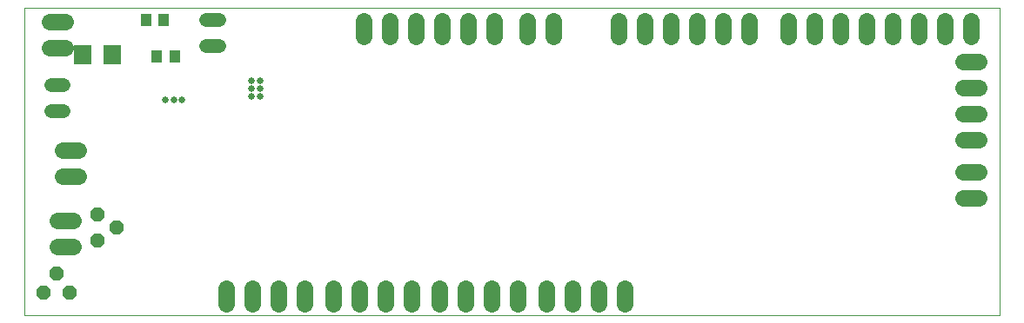
<source format=gbs>
G75*
%MOIN*%
%OFA0B0*%
%FSLAX24Y24*%
%IPPOS*%
%LPD*%
%AMOC8*
5,1,8,0,0,1.08239X$1,22.5*
%
%ADD10C,0.0000*%
%ADD11C,0.0260*%
%ADD12R,0.0434X0.0473*%
%ADD13C,0.0520*%
%ADD14C,0.0640*%
%ADD15R,0.0670X0.0750*%
%ADD16OC8,0.0520*%
%ADD17C,0.0631*%
D10*
X000559Y000331D02*
X000559Y012142D01*
X037929Y012142D01*
X037929Y000331D01*
X000559Y000331D01*
D11*
X005972Y008609D03*
X006282Y008609D03*
X006592Y008609D03*
X009267Y008720D03*
X009587Y008720D03*
X009587Y009030D03*
X009267Y009030D03*
X009267Y009340D03*
X009587Y009340D03*
D12*
X006308Y010261D03*
X005639Y010261D03*
X005888Y011681D03*
X005219Y011681D03*
D13*
X007528Y011653D02*
X008008Y011653D01*
X008008Y010653D02*
X007528Y010653D01*
X002069Y009176D02*
X001589Y009176D01*
X001589Y008176D02*
X002069Y008176D01*
D14*
X002009Y006676D02*
X002609Y006676D01*
X002609Y005676D02*
X002009Y005676D01*
X008289Y001381D02*
X008289Y000781D01*
X009289Y000781D02*
X009289Y001381D01*
X010289Y001381D02*
X010289Y000781D01*
X011289Y000781D02*
X011289Y001381D01*
X012379Y001381D02*
X012379Y000781D01*
X013379Y000781D02*
X013379Y001381D01*
X014379Y001381D02*
X014379Y000781D01*
X015379Y000781D02*
X015379Y001381D01*
X016469Y001381D02*
X016469Y000781D01*
X017469Y000781D02*
X017469Y001381D01*
X018469Y001381D02*
X018469Y000781D01*
X019469Y000781D02*
X019469Y001381D01*
X020559Y001381D02*
X020559Y000781D01*
X021559Y000781D02*
X021559Y001381D01*
X022559Y001381D02*
X022559Y000781D01*
X023559Y000781D02*
X023559Y001381D01*
X036509Y004831D02*
X037109Y004831D01*
X037109Y005831D02*
X036509Y005831D01*
X036509Y007081D02*
X037109Y007081D01*
X037109Y008081D02*
X036509Y008081D01*
X036509Y009081D02*
X037109Y009081D01*
X037109Y010081D02*
X036509Y010081D01*
X036809Y011031D02*
X036809Y011631D01*
X035809Y011631D02*
X035809Y011031D01*
X034809Y011031D02*
X034809Y011631D01*
X033809Y011631D02*
X033809Y011031D01*
X032809Y011031D02*
X032809Y011631D01*
X031809Y011631D02*
X031809Y011031D01*
X030809Y011031D02*
X030809Y011631D01*
X029809Y011631D02*
X029809Y011031D01*
X028309Y011031D02*
X028309Y011631D01*
X027309Y011631D02*
X027309Y011031D01*
X026309Y011031D02*
X026309Y011631D01*
X025309Y011631D02*
X025309Y011031D01*
X024309Y011031D02*
X024309Y011631D01*
X023309Y011631D02*
X023309Y011031D01*
X020809Y011031D02*
X020809Y011631D01*
X019809Y011631D02*
X019809Y011031D01*
X018559Y011031D02*
X018559Y011631D01*
X017559Y011631D02*
X017559Y011031D01*
X016559Y011031D02*
X016559Y011631D01*
X015559Y011631D02*
X015559Y011031D01*
X014559Y011031D02*
X014559Y011631D01*
X013559Y011631D02*
X013559Y011031D01*
X002129Y010596D02*
X001529Y010596D01*
X001529Y011596D02*
X002129Y011596D01*
D15*
X002800Y010332D03*
X003920Y010332D03*
D16*
X003343Y004207D03*
X004093Y003707D03*
X003343Y003207D03*
X001789Y001951D03*
X002289Y001201D03*
X001289Y001201D03*
D17*
X001838Y002981D02*
X002429Y002981D01*
X002429Y003981D02*
X001838Y003981D01*
M02*

</source>
